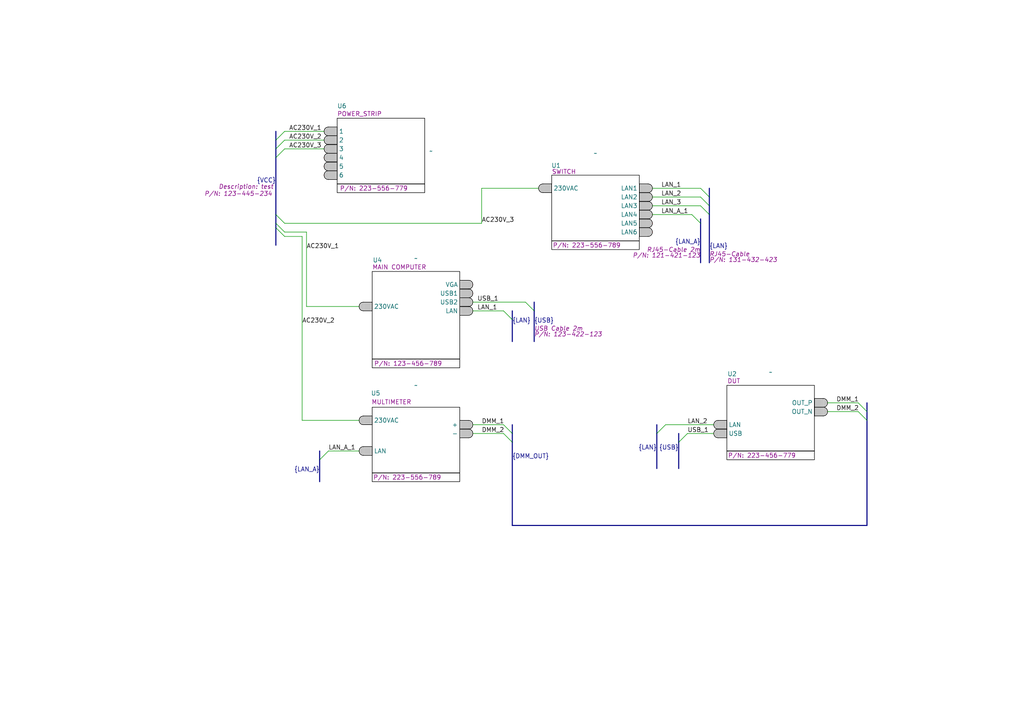
<source format=kicad_sch>
(kicad_sch (version 20231120) (generator "eeschema") (generator_version "8.0")
  (paper "A4")
  (lib_symbols
    (symbol "Devices:DUT" (pin_numbers hide) (pin_names (offset 4.318))
      (property "Reference" "U" (at -11.938 13.716 0))
      (property "P/N" "223-456-779" (at -2.54 -10.16 0) (show_name))
      (symbol "DUT_1_1"
        (arc (start -15.24 -2.54) (mid -16.51 -3.81) (end -15.24 -5.08) (stroke (width 0) (color 0 0 0 1)) (fill (type color) (color 194 194 194 1)))
        (arc (start -15.24 0) (mid -16.51 -1.27) (end -15.24 -2.54) (stroke (width 0) (color 0 0 0 1)) (fill (type color) (color 194 194 194 1)))
        (rectangle (start -12.7 -8.89) (end 12.7 -11.43) (stroke (width 0) (color 0 0 0 1)))
        (rectangle (start -12.7 10.16) (end 12.7 -8.89) (stroke (width 0) (color 0 0 0 1)))
        (polyline (pts (xy -15.24 -5.08) (xy -12.7 -5.08) (xy -12.7 -2.54) (xy -15.24 -2.54)) (stroke (width 0) (color 0 0 0 1)) (fill (type color) (color 194 194 194 1)))
        (polyline (pts (xy -15.24 -2.54) (xy -12.7 -2.54) (xy -12.7 0) (xy -15.24 0)) (stroke (width 0) (color 0 0 0 1)) (fill (type color) (color 194 194 194 1)))
        (polyline (pts (xy 15.24 3.81) (xy 12.7 3.81) (xy 12.7 1.27) (xy 15.24 1.27)) (stroke (width 0) (color 0 0 0 1)) (fill (type color) (color 194 194 194 1)))
        (polyline (pts (xy 15.24 6.35) (xy 12.7 6.35) (xy 12.7 3.81) (xy 15.24 3.81)) (stroke (width 0) (color 0 0 0 1)) (fill (type color) (color 194 194 194 1)))
        (arc (start 15.24 1.27) (mid 16.51 2.54) (end 15.24 3.81) (stroke (width 0) (color 0 0 0 1)) (fill (type color) (color 194 194 194 1)))
        (arc (start 15.24 3.81) (mid 16.51 5.08) (end 15.24 6.35) (stroke (width 0) (color 0 0 0 1)) (fill (type color) (color 194 194 194 1)))
        (pin unspecified line (at -16.51 -1.27 0) (length 0) (name "LAN") (number "1"))
        (pin unspecified line (at -16.51 -3.81 0) (length 0) (name "USB") (number "2"))
        (pin unspecified line (at 16.51 5.08 180) (length 0) (name "OUT_P") (number "3"))
        (pin unspecified line (at 16.51 2.54 180) (length 0) (name "OUT_N") (number "4"))
      )
    )
    (symbol "Devices:MAIN_COMPUTER" (pin_numbers hide) (pin_names (offset 4.318))
      (property "Reference" "U" (at -10.414 17.78 0))
      (property "P/N" "123-456-789" (at -1.27 -12.7 0) (show_name))
      (symbol "MAIN_COMPUTER_1_1"
        (arc (start -13.97 5.08) (mid -15.24 3.81) (end -13.97 2.54) (stroke (width 0) (color 0 0 0 1)) (fill (type color) (color 194 194 194 1)))
        (rectangle (start -11.43 -11.43) (end 13.97 -13.97) (stroke (width 0) (color 0 0 0 1)))
        (rectangle (start -11.43 13.97) (end 13.97 -11.43) (stroke (width 0) (color 0 0 0 1)))
        (polyline (pts (xy -13.97 2.54) (xy -11.43 2.54) (xy -11.43 5.08) (xy -13.97 5.08)) (stroke (width 0) (color 0 0 0 1)) (fill (type color) (color 194 194 194 1)))
        (polyline (pts (xy 16.51 3.81) (xy 13.97 3.81) (xy 13.97 1.27) (xy 16.51 1.27)) (stroke (width 0) (color 0 0 0 1)) (fill (type color) (color 194 194 194 1)))
        (polyline (pts (xy 16.51 6.35) (xy 13.97 6.35) (xy 13.97 3.81) (xy 16.51 3.81)) (stroke (width 0) (color 0 0 0 1)) (fill (type color) (color 194 194 194 1)))
        (polyline (pts (xy 16.51 8.89) (xy 13.97 8.89) (xy 13.97 6.35) (xy 16.51 6.35)) (stroke (width 0) (color 0 0 0 1)) (fill (type color) (color 194 194 194 1)))
        (polyline (pts (xy 16.51 11.43) (xy 13.97 11.43) (xy 13.97 8.89) (xy 16.51 8.89)) (stroke (width 0) (color 0 0 0 1)) (fill (type color) (color 194 194 194 1)))
        (arc (start 16.51 1.27) (mid 17.78 2.54) (end 16.51 3.81) (stroke (width 0) (color 0 0 0 1)) (fill (type color) (color 194 194 194 1)))
        (arc (start 16.51 3.81) (mid 17.78 5.08) (end 16.51 6.35) (stroke (width 0) (color 0 0 0 1)) (fill (type color) (color 194 194 194 1)))
        (arc (start 16.51 6.35) (mid 17.78 7.62) (end 16.51 8.89) (stroke (width 0) (color 0 0 0 1)) (fill (type color) (color 194 194 194 1)))
        (arc (start 16.51 8.89) (mid 17.78 10.16) (end 16.51 11.43) (stroke (width 0) (color 0 0 0 1)) (fill (type color) (color 194 194 194 1)))
        (pin unspecified line (at -15.24 3.81 0) (length 0) (name "230VAC") (number "1"))
        (pin unspecified line (at 17.78 10.16 180) (length 0) (name "VGA") (number "2"))
        (pin unspecified line (at 17.78 7.62 180) (length 0) (name "USB1") (number "3"))
        (pin unspecified line (at 17.78 5.08 180) (length 0) (name "USB2") (number "4"))
        (pin unspecified line (at 17.78 2.54 180) (length 0) (name "LAN") (number "5"))
      )
    )
    (symbol "Devices:MULTIMETER" (pin_numbers hide) (pin_names (offset 4.318))
      (property "Reference" "U" (at -11.938 13.716 0))
      (property "Description" "MULTIMETER" (at -6.858 11.43 0))
      (property "P/N" "223-556-789" (at -2.54 -10.16 0) (show_name))
      (symbol "MULTIMETER_1_1"
        (arc (start -15.24 -1.27) (mid -16.51 -2.54) (end -15.24 -3.81) (stroke (width 0) (color 0 0 0 1)) (fill (type color) (color 194 194 194 1)))
        (arc (start -15.24 7.62) (mid -16.51 6.35) (end -15.24 5.08) (stroke (width 0) (color 0 0 0 1)) (fill (type color) (color 194 194 194 1)))
        (rectangle (start -12.7 -8.89) (end 12.7 -11.43) (stroke (width 0) (color 0 0 0 1)))
        (rectangle (start -12.7 10.16) (end 12.7 -8.89) (stroke (width 0) (color 0 0 0 1)))
        (polyline (pts (xy -15.24 -3.81) (xy -12.7 -3.81) (xy -12.7 -1.27) (xy -15.24 -1.27)) (stroke (width 0) (color 0 0 0 1)) (fill (type color) (color 194 194 194 1)))
        (polyline (pts (xy -15.24 5.08) (xy -12.7 5.08) (xy -12.7 7.62) (xy -15.24 7.62)) (stroke (width 0) (color 0 0 0 1)) (fill (type color) (color 194 194 194 1)))
        (polyline (pts (xy 15.24 3.81) (xy 12.7 3.81) (xy 12.7 1.27) (xy 15.24 1.27)) (stroke (width 0) (color 0 0 0 1)) (fill (type color) (color 194 194 194 1)))
        (polyline (pts (xy 15.24 6.35) (xy 12.7 6.35) (xy 12.7 3.81) (xy 15.24 3.81)) (stroke (width 0) (color 0 0 0 1)) (fill (type color) (color 194 194 194 1)))
        (arc (start 15.24 1.27) (mid 16.51 2.54) (end 15.24 3.81) (stroke (width 0) (color 0 0 0 1)) (fill (type color) (color 194 194 194 1)))
        (arc (start 15.24 3.81) (mid 16.51 5.08) (end 15.24 6.35) (stroke (width 0) (color 0 0 0 1)) (fill (type color) (color 194 194 194 1)))
        (pin unspecified line (at -16.51 6.35 0) (length 0) (name "230VAC") (number "1"))
        (pin unspecified line (at -16.51 -2.54 0) (length 0) (name "LAN") (number "2"))
        (pin unspecified line (at 16.51 5.08 180) (length 0) (name "+") (number "3"))
        (pin unspecified line (at 16.51 2.54 180) (length 0) (name "-") (number "4"))
      )
    )
    (symbol "Devices:POWER_STRIP" (pin_numbers hide) (pin_names (offset 4.318))
      (property "Reference" "U" (at -11.938 13.716 0))
      (property "Description" "POWER_STRIP" (at -9.144 11.43 0))
      (property "P/N" "223-556-779" (at -2.54 -10.16 0) (show_name))
      (symbol "POWER_STRIP_1_1"
        (arc (start -15.24 -5.08) (mid -16.51 -6.35) (end -15.24 -7.62) (stroke (width 0) (color 0 0 0 1)) (fill (type color) (color 194 194 194 1)))
        (arc (start -15.24 -2.54) (mid -16.51 -3.81) (end -15.24 -5.08) (stroke (width 0) (color 0 0 0 1)) (fill (type color) (color 194 194 194 1)))
        (arc (start -15.24 0) (mid -16.51 -1.27) (end -15.24 -2.54) (stroke (width 0) (color 0 0 0 1)) (fill (type color) (color 194 194 194 1)))
        (arc (start -15.24 2.54) (mid -16.51 1.27) (end -15.24 0) (stroke (width 0) (color 0 0 0 1)) (fill (type color) (color 194 194 194 1)))
        (arc (start -15.24 5.08) (mid -16.51 3.81) (end -15.24 2.54) (stroke (width 0) (color 0 0 0 1)) (fill (type color) (color 194 194 194 1)))
        (arc (start -15.24 7.62) (mid -16.51 6.35) (end -15.24 5.08) (stroke (width 0) (color 0 0 0 1)) (fill (type color) (color 194 194 194 1)))
        (rectangle (start -12.7 -8.89) (end 12.7 -11.43) (stroke (width 0) (color 0 0 0 1)))
        (rectangle (start -12.7 10.16) (end 12.7 -8.89) (stroke (width 0) (color 0 0 0 1)))
        (polyline (pts (xy -15.24 -7.62) (xy -12.7 -7.62) (xy -12.7 -5.08) (xy -15.24 -5.08)) (stroke (width 0) (color 0 0 0 1)) (fill (type color) (color 194 194 194 1)))
        (polyline (pts (xy -15.24 -5.08) (xy -12.7 -5.08) (xy -12.7 -2.54) (xy -15.24 -2.54)) (stroke (width 0) (color 0 0 0 1)) (fill (type color) (color 194 194 194 1)))
        (polyline (pts (xy -15.24 -2.54) (xy -12.7 -2.54) (xy -12.7 0) (xy -15.24 0)) (stroke (width 0) (color 0 0 0 1)) (fill (type color) (color 194 194 194 1)))
        (polyline (pts (xy -15.24 0) (xy -12.7 0) (xy -12.7 2.54) (xy -15.24 2.54)) (stroke (width 0) (color 0 0 0 1)) (fill (type color) (color 194 194 194 1)))
        (polyline (pts (xy -15.24 2.54) (xy -12.7 2.54) (xy -12.7 5.08) (xy -15.24 5.08)) (stroke (width 0) (color 0 0 0 1)) (fill (type color) (color 194 194 194 1)))
        (polyline (pts (xy -15.24 5.08) (xy -12.7 5.08) (xy -12.7 7.62) (xy -15.24 7.62)) (stroke (width 0) (color 0 0 0 1)) (fill (type color) (color 194 194 194 1)))
        (pin unspecified line (at -16.51 6.35 0) (length 0) (name "1") (number "1"))
        (pin unspecified line (at -16.51 3.81 0) (length 0) (name "2") (number "2"))
        (pin unspecified line (at -16.51 1.27 0) (length 0) (name "3") (number "3"))
        (pin unspecified line (at -16.51 -1.27 0) (length 0) (name "4") (number "4"))
        (pin unspecified line (at -16.51 -3.81 0) (length 0) (name "5") (number "5"))
        (pin unspecified line (at -16.51 -6.35 0) (length 0) (name "6") (number "6"))
      )
    )
    (symbol "Devices:SWITCH" (pin_numbers hide) (pin_names (offset 4.318))
      (property "Reference" "U" (at -11.938 13.716 0))
      (property "Description" "SWITCH" (at -9.144 11.43 0))
      (property "P/N" "223-556-789" (at -2.54 -10.16 0) (show_name))
      (symbol "SWITCH_1_1"
        (arc (start -15.24 7.62) (mid -16.51 6.35) (end -15.24 5.08) (stroke (width 0) (color 0 0 0 1)) (fill (type color) (color 194 194 194 1)))
        (rectangle (start -12.7 -8.89) (end 12.7 -11.43) (stroke (width 0) (color 0 0 0 1)))
        (rectangle (start -12.7 10.16) (end 12.7 -8.89) (stroke (width 0) (color 0 0 0 1)))
        (polyline (pts (xy -15.24 5.08) (xy -12.7 5.08) (xy -12.7 7.62) (xy -15.24 7.62)) (stroke (width 0) (color 0 0 0 1)) (fill (type color) (color 194 194 194 1)))
        (polyline (pts (xy 15.24 -5.08) (xy 12.7 -5.08) (xy 12.7 -7.62) (xy 15.24 -7.62)) (stroke (width 0) (color 0 0 0 1)) (fill (type color) (color 194 194 194 1)))
        (polyline (pts (xy 15.24 -2.54) (xy 12.7 -2.54) (xy 12.7 -5.08) (xy 15.24 -5.08)) (stroke (width 0) (color 0 0 0 1)) (fill (type color) (color 194 194 194 1)))
        (polyline (pts (xy 15.24 0) (xy 12.7 0) (xy 12.7 -2.54) (xy 15.24 -2.54)) (stroke (width 0) (color 0 0 0 1)) (fill (type color) (color 194 194 194 1)))
        (polyline (pts (xy 15.24 2.54) (xy 12.7 2.54) (xy 12.7 0) (xy 15.24 0)) (stroke (width 0) (color 0 0 0 1)) (fill (type color) (color 194 194 194 1)))
        (polyline (pts (xy 15.24 5.08) (xy 12.7 5.08) (xy 12.7 2.54) (xy 15.24 2.54)) (stroke (width 0) (color 0 0 0 1)) (fill (type color) (color 194 194 194 1)))
        (polyline (pts (xy 15.24 7.62) (xy 12.7 7.62) (xy 12.7 5.08) (xy 15.24 5.08)) (stroke (width 0) (color 0 0 0 1)) (fill (type color) (color 194 194 194 1)))
        (arc (start 15.24 -7.62) (mid 16.51 -6.35) (end 15.24 -5.08) (stroke (width 0) (color 0 0 0 1)) (fill (type color) (color 194 194 194 1)))
        (arc (start 15.24 -5.08) (mid 16.51 -3.81) (end 15.24 -2.54) (stroke (width 0) (color 0 0 0 1)) (fill (type color) (color 194 194 194 1)))
        (arc (start 15.24 -2.54) (mid 16.51 -1.27) (end 15.24 0) (stroke (width 0) (color 0 0 0 1)) (fill (type color) (color 194 194 194 1)))
        (arc (start 15.24 0) (mid 16.51 1.27) (end 15.24 2.54) (stroke (width 0) (color 0 0 0 1)) (fill (type color) (color 194 194 194 1)))
        (arc (start 15.24 2.54) (mid 16.51 3.81) (end 15.24 5.08) (stroke (width 0) (color 0 0 0 1)) (fill (type color) (color 194 194 194 1)))
        (arc (start 15.24 5.08) (mid 16.51 6.35) (end 15.24 7.62) (stroke (width 0) (color 0 0 0 1)) (fill (type color) (color 194 194 194 1)))
        (pin unspecified line (at -16.51 6.35 0) (length 0) (name "230VAC") (number "1"))
        (pin unspecified line (at 16.51 6.35 180) (length 0) (name "LAN1") (number "2"))
        (pin unspecified line (at 16.51 3.81 180) (length 0) (name "LAN2") (number "3"))
        (pin unspecified line (at 16.51 1.27 180) (length 0) (name "LAN3") (number "4"))
        (pin unspecified line (at 16.51 -1.27 180) (length 0) (name "LAN4") (number "5"))
        (pin unspecified line (at 16.51 -3.81 180) (length 0) (name "LAN5") (number "6"))
        (pin unspecified line (at 16.51 -6.35 180) (length 0) (name "LAN6") (number "7"))
      )
    )
  )
  (bus_alias "DMM_OUT" (members "DMM_1" "DMM_2"))
  (bus_alias "LAN" (members "LAN_1" "LAN_2" "LAN_3"))
  (bus_alias "LAN_A" (members "LAN_A_1" "LAN_A_2"))
  (bus_alias "USB" (members "USB_1" "USB_2"))
  (bus_alias "VCC" (members "AC230V_1" "AC230V_2" "AC230V_3" "AC230V_4" "AC230V_5" "AC230V_6"))
  (bus_entry (at 148.59 125.73) (size -2.54 -2.54))
  (bus_entry (at 154.94 90.17) (size -2.54 -2.54))
  (bus_entry (at 205.74 62.23) (size -2.54 -2.54))
  (bus_entry (at 80.01 62.23) (size 2.54 2.54))
  (bus_entry (at 80.01 45.72) (size 2.54 -2.54))
  (bus_entry (at 196.85 128.27) (size 2.54 -2.54))
  (bus_entry (at 80.01 43.18) (size 2.54 -2.54))
  (bus_entry (at 205.74 57.15) (size -2.54 -2.54))
  (bus_entry (at 92.71 133.35) (size 2.54 -2.54))
  (bus_entry (at 80.01 40.64) (size 2.54 -2.54))
  (bus_entry (at 251.46 121.92) (size -2.54 -2.54))
  (bus_entry (at 148.59 92.71) (size -2.54 -2.54))
  (bus_entry (at 80.01 64.77) (size 2.54 2.54))
  (bus_entry (at 251.46 119.38) (size -2.54 -2.54))
  (bus_entry (at 190.5 125.73) (size 2.54 -2.54))
  (bus_entry (at 80.01 66.04) (size 2.54 2.54))
  (bus_entry (at 205.74 59.69) (size -2.54 -2.54))
  (bus_entry (at 148.59 128.27) (size -2.54 -2.54))
  (bus_entry (at 203.2 64.77) (size -2.54 -2.54))
  (bus (pts (xy 80.01 43.18) (xy 80.01 45.72)))
  (bus (pts (xy 205.74 59.69) (xy 205.74 62.23)))
  (bus (pts (xy 205.74 57.15) (xy 205.74 59.69)))
  (bus (pts (xy 148.59 92.71) (xy 148.59 99.06)))
  (bus (pts (xy 196.85 125.73) (xy 196.85 128.27)))
  (bus (pts (xy 92.71 130.81) (xy 92.71 133.35)))
  (wire (pts (xy 82.55 40.64) (xy 93.98 40.64)))
  (wire (pts (xy 88.9 67.31) (xy 88.9 88.9)))
  (wire (pts (xy 82.55 38.1) (xy 93.98 38.1)))
  (wire (pts (xy 137.16 87.63) (xy 152.4 87.63)))
  (bus (pts (xy 203.2 64.77) (xy 203.2 76.2)))
  (bus (pts (xy 148.59 125.73) (xy 148.59 128.27)))
  (bus (pts (xy 203.2 63.5) (xy 203.2 64.77)))
  (bus (pts (xy 80.01 38.1) (xy 80.01 40.64)))
  (bus (pts (xy 80.01 66.04) (xy 80.01 71.12)))
  (bus (pts (xy 251.46 116.84) (xy 251.46 119.38)))
  (bus (pts (xy 251.46 119.38) (xy 251.46 121.92)))
  (bus (pts (xy 92.71 133.35) (xy 92.71 139.7)))
  (wire (pts (xy 137.16 125.73) (xy 146.05 125.73)))
  (wire (pts (xy 240.03 116.84) (xy 248.92 116.84)))
  (bus (pts (xy 154.94 87.63) (xy 154.94 90.17)))
  (bus (pts (xy 80.01 62.23) (xy 80.01 64.77)))
  (bus (pts (xy 80.01 40.64) (xy 80.01 43.18)))
  (wire (pts (xy 139.7 64.77) (xy 139.7 54.61)))
  (bus (pts (xy 190.5 123.19) (xy 190.5 125.73)))
  (wire (pts (xy 82.55 43.18) (xy 93.98 43.18)))
  (wire (pts (xy 189.23 62.23) (xy 200.66 62.23)))
  (bus (pts (xy 154.94 90.17) (xy 154.94 99.06)))
  (wire (pts (xy 189.23 57.15) (xy 203.2 57.15)))
  (wire (pts (xy 87.63 68.58) (xy 87.63 121.92)))
  (wire (pts (xy 82.55 64.77) (xy 139.7 64.77)))
  (bus (pts (xy 205.74 54.61) (xy 205.74 57.15)))
  (wire (pts (xy 189.23 59.69) (xy 203.2 59.69)))
  (wire (pts (xy 88.9 88.9) (xy 104.14 88.9)))
  (wire (pts (xy 199.39 125.73) (xy 207.01 125.73)))
  (bus (pts (xy 205.74 62.23) (xy 205.74 76.2)))
  (wire (pts (xy 137.16 123.19) (xy 146.05 123.19)))
  (wire (pts (xy 82.55 67.31) (xy 88.9 67.31)))
  (bus (pts (xy 148.59 123.19) (xy 148.59 125.73)))
  (wire (pts (xy 87.63 121.92) (xy 104.14 121.92)))
  (wire (pts (xy 137.16 90.17) (xy 146.05 90.17)))
  (bus (pts (xy 148.59 128.27) (xy 148.59 152.4)))
  (bus (pts (xy 148.59 90.17) (xy 148.59 92.71)))
  (bus (pts (xy 251.46 121.92) (xy 251.46 152.4)))
  (wire (pts (xy 193.04 123.19) (xy 207.01 123.19)))
  (bus (pts (xy 190.5 125.73) (xy 190.5 135.89)))
  (wire (pts (xy 189.23 54.61) (xy 203.2 54.61)))
  (bus (pts (xy 251.46 152.4) (xy 148.59 152.4)))
  (bus (pts (xy 80.01 64.77) (xy 80.01 66.04)))
  (bus (pts (xy 196.85 128.27) (xy 196.85 135.89)))
  (bus (pts (xy 80.01 45.72) (xy 80.01 62.23)))
  (wire (pts (xy 87.63 68.58) (xy 82.55 68.58)))
  (wire (pts (xy 240.03 119.38) (xy 248.92 119.38)))
  (wire (pts (xy 139.7 54.61) (xy 156.21 54.61)))
  (wire (pts (xy 95.25 130.81) (xy 104.14 130.81)))
  (label "AC230V_1" (at 83.82 38.1 0))
  (label "DMM_2" (at 139.7 125.73 0))
  (label "{LAN}" (at 205.74 72.39 0) (property "Description" "RJ45-Cable" (at 205.74 73.66 0) (effects (font (italic yes)) (justify left))) (property "P/N" "131-432-423" (at 205.74 75.311 0) (show_name yes) (effects (font (italic yes)) (justify left))))
  (label "USB_1" (at 199.39 125.73 0))
  (label "{USB}" (at 154.94 93.98 0) (property "Description" "USB Cable 2m" (at 154.94 95.25 0) (effects (font (italic yes)) (justify left))) (property "P/N" "123-422-123" (at 154.94 96.901 0) (show_name yes) (effects (font (italic yes)) (justify left))))
  (label "{VCC}" (at 80.01 53.34 180) (property "Description" "test" (at 71.374 54.102 0) (show_name yes) (effects (font (italic yes)))) (property "P/N" "123-445-234" (at 78.994 56.134 0) (show_name yes) (effects (font (italic yes)) (justify right))))
  (label "LAN_A_1" (at 95.25 130.81 0))
  (label "{LAN_A}" (at 92.71 137.16 180))
  (label "AC230V_3" (at 139.7 64.77 0))
  (label "AC230V_1" (at 88.9 72.39 0))
  (label "LAN_2" (at 191.77 57.15 0))
  (label "AC230V_2" (at 83.82 40.64 0))
  (label "USB_1" (at 138.43 87.63 0))
  (label "DMM_2" (at 242.57 119.38 0))
  (label "{LAN}" (at 190.5 130.81 180) (property "Description" "RJ45-Cable" (effects (hide yes))) (property "P/N" "131-432-423" (effects (hide yes))))
  (label "AC230V_3" (at 83.82 43.18 0))
  (label "DMM_1" (at 139.7 123.19 0))
  (label "LAN_3" (at 191.77 59.69 0))
  (label "LAN_1" (at 138.43 90.17 0))
  (label "{USB}" (at 196.85 130.81 180))
  (label "LAN_2" (at 199.39 123.19 0))
  (label "LAN_A_1" (at 191.77 62.23 0))
  (label "{DMM_OUT}" (at 148.59 133.35 0))
  (label "LAN_1" (at 191.77 54.61 0))
  (label "DMM_1" (at 242.57 116.84 0))
  (label "{LAN}" (at 148.59 93.98 0) (property "Description" "RJ45-Cable" (effects (hide yes))) (property "P/N" "131-432-423" (effects (hide yes))))
  (label "AC230V_2" (at 87.63 93.98 0))
  (label "{LAN_A}" (at 203.2 71.12 180) (property "Description" "RJ45-Cable 2m" (at 203.2 72.39 0) (effects (font (italic yes)) (justify right))) (property "P/N" "121-421-123" (at 203.2 74.041 0) (show_name yes) (effects (font (italic yes)) (justify right))))
  (symbol (lib_id "Devices:MULTIMETER") (at 120.65 128.27 0) (unit 1)
    (property "Reference" "U5" (at 108.966 114.046 0))
    (property "Value" "~" (at 120.65 111.76 0))
    (property "Description" "MULTIMETER" (at 113.538 116.586 0))
    (property "P/N" "223-556-789" (at 118.11 138.43 0) (show_name yes))
  )
  (symbol (lib_id "Devices:SWITCH") (at 172.72 60.96 0) (unit 1)
    (property "Reference" "U1" (at 161.29 48.006 0))
    (property "Value" "~" (at 172.72 44.45 0))
    (property "Description" "SWITCH" (at 163.576 49.784 0))
    (property "P/N" "223-556-789" (at 170.18 71.12 0) (show_name yes))
  )
  (symbol (lib_id "Devices:DUT") (at 223.52 121.92 0) (unit 1)
    (property "Reference" "U2" (at 212.344 108.458 0))
    (property "Value" "~" (at 223.52 107.95 0))
    (property "Description" "DUT" (at 212.852 110.49 0))
    (property "P/N" "223-456-779" (at 220.98 132.08 0) (show_name yes))
  )
  (symbol (lib_id "Devices:MAIN_COMPUTER") (at 119.38 92.71 0) (unit 1)
    (property "Reference" "U4" (at 109.474 75.438 0))
    (property "Value" "~" (at 120.65 74.93 0))
    (property "Description" "MAIN COMPUTER" (at 115.824 77.47 0))
    (property "P/N" "123-456-789" (at 118.364 105.41 0) (show_name yes))
  )
  (symbol (lib_id "Devices:POWER_STRIP") (at 110.49 44.45 0) (unit 1)
    (property "Reference" "U6" (at 97.79 30.734 0) (effects (justify left)))
    (property "Value" "~" (at 124.46 43.815 0) (effects (justify left)))
    (property "Description" "POWER_STRIP" (at 97.79 33.02 0) (effects (justify left)))
    (property "P/N" "223-556-779" (at 98.552 54.61 0) (show_name yes) (effects (justify left)))
  )
)
</source>
